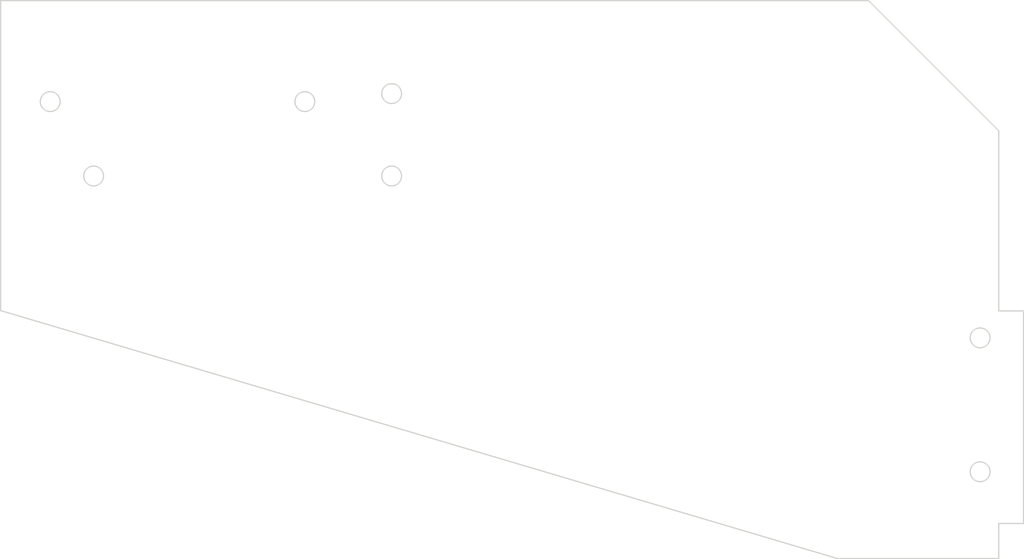
<source format=kicad_pcb>
(kicad_pcb (version 20221018) (generator pcbnew)

  (general
    (thickness 1.6)
  )

  (paper "A4")
  (layers
    (0 "F.Cu" signal)
    (31 "B.Cu" signal)
    (32 "B.Adhes" user "B.Adhesive")
    (33 "F.Adhes" user "F.Adhesive")
    (34 "B.Paste" user)
    (35 "F.Paste" user)
    (36 "B.SilkS" user "B.Silkscreen")
    (37 "F.SilkS" user "F.Silkscreen")
    (38 "B.Mask" user)
    (39 "F.Mask" user)
    (40 "Dwgs.User" user "User.Drawings")
    (41 "Cmts.User" user "User.Comments")
    (42 "Eco1.User" user "User.Eco1")
    (43 "Eco2.User" user "User.Eco2")
    (44 "Edge.Cuts" user)
    (45 "Margin" user)
    (46 "B.CrtYd" user "B.Courtyard")
    (47 "F.CrtYd" user "F.Courtyard")
    (48 "B.Fab" user)
    (49 "F.Fab" user)
    (50 "User.1" user)
    (51 "User.2" user)
    (52 "User.3" user)
    (53 "User.4" user)
    (54 "User.5" user)
    (55 "User.6" user)
    (56 "User.7" user)
    (57 "User.8" user)
    (58 "User.9" user)
  )

  (setup
    (pad_to_mask_clearance 0)
    (pcbplotparams
      (layerselection 0x00010fc_ffffffff)
      (plot_on_all_layers_selection 0x0000000_00000000)
      (disableapertmacros false)
      (usegerberextensions false)
      (usegerberattributes true)
      (usegerberadvancedattributes true)
      (creategerberjobfile true)
      (dashed_line_dash_ratio 12.000000)
      (dashed_line_gap_ratio 3.000000)
      (svgprecision 4)
      (plotframeref false)
      (viasonmask false)
      (mode 1)
      (useauxorigin false)
      (hpglpennumber 1)
      (hpglpenspeed 20)
      (hpglpendiameter 15.000000)
      (dxfpolygonmode true)
      (dxfimperialunits true)
      (dxfusepcbnewfont true)
      (psnegative false)
      (psa4output false)
      (plotreference true)
      (plotvalue true)
      (plotinvisibletext false)
      (sketchpadsonfab false)
      (subtractmaskfromsilk false)
      (outputformat 1)
      (mirror false)
      (drillshape 1)
      (scaleselection 1)
      (outputdirectory "")
    )
  )

  (net 0 "")

  (gr_line (start 235.008628 105.842127) (end 235.008628 76.785273)
    (stroke (width 0.2) (type solid)) (layer "Edge.Cuts") (tstamp 136e1339-9362-4387-8602-573802523f81))
  (gr_circle (center 137.084 70.785273) (end 138.684 70.785273)
    (stroke (width 0.2) (type solid)) (fill none) (layer "Edge.Cuts") (tstamp 27c7be0a-3ca6-4cdc-834e-e26cab80b0ed))
  (gr_circle (center 89.008628 84.074) (end 90.608628 84.074)
    (stroke (width 0.2) (type solid)) (fill none) (layer "Edge.Cuts") (tstamp 2c1e1bc2-99ea-4006-9a8a-93bd79cc3f28))
  (gr_line (start 235.008628 145.785273) (end 235.008628 140.128419)
    (stroke (width 0.2) (type solid)) (layer "Edge.Cuts") (tstamp 2d2e62d7-7d33-4d80-976b-f84fe50e88c9))
  (gr_line (start 235.008628 140.128419) (end 239.008628 140.128419)
    (stroke (width 0.2) (type solid)) (layer "Edge.Cuts") (tstamp 4f546f37-5996-46da-b553-7ddada8e607c))
  (gr_line (start 239.008628 105.842127) (end 235.008628 105.842127)
    (stroke (width 0.2) (type solid)) (layer "Edge.Cuts") (tstamp 542816df-dcc9-4651-93aa-504718a7e024))
  (gr_line (start 214.008628 55.785273) (end 74.008628 55.785273)
    (stroke (width 0.2) (type solid)) (layer "Edge.Cuts") (tstamp 5bc12650-4f7c-4090-8a80-fc119b5cf42c))
  (gr_line (start 74.008628 55.785273) (end 74.008628 105.785273)
    (stroke (width 0.2) (type solid)) (layer "Edge.Cuts") (tstamp 608c0931-ca39-4e55-ad49-481b448e62b8))
  (gr_circle (center 232.008628 131.785273) (end 233.608628 131.785273)
    (stroke (width 0.2) (type solid)) (fill none) (layer "Edge.Cuts") (tstamp 63c77151-abd0-49cf-b272-4141e887039d))
  (gr_circle (center 137.084 84.074) (end 138.684 84.074)
    (stroke (width 0.2) (type solid)) (fill none) (layer "Edge.Cuts") (tstamp 83854ce6-aff3-43f8-a85f-66c41f05e157))
  (gr_line (start 74.008628 105.785273) (end 209.008628 145.785273)
    (stroke (width 0.2) (type solid)) (layer "Edge.Cuts") (tstamp 86292ac1-975d-4679-81fe-0dff11fdea07))
  (gr_line (start 209.008628 145.785273) (end 235.008628 145.785273)
    (stroke (width 0.2) (type solid)) (layer "Edge.Cuts") (tstamp 8d40c275-97e9-4f60-bdaf-6e8789a22e2d))
  (gr_line (start 239.008628 140.128419) (end 239.008628 105.842127)
    (stroke (width 0.2) (type solid)) (layer "Edge.Cuts") (tstamp abfcbf3b-2503-4998-8d6e-608b661caf3e))
  (gr_circle (center 232.008628 110.185273) (end 233.608628 110.185273)
    (stroke (width 0.2) (type solid)) (fill none) (layer "Edge.Cuts") (tstamp be65f167-42d7-42e8-b5de-5bcd48655be2))
  (gr_circle (center 123.084 72.074) (end 124.684 72.074)
    (stroke (width 0.2) (type solid)) (fill none) (layer "Edge.Cuts") (tstamp c6f12f8a-e654-4f7a-bb5c-5d2787589946))
  (gr_circle (center 82.008628 72.074) (end 83.608628 72.074)
    (stroke (width 0.2) (type solid)) (fill none) (layer "Edge.Cuts") (tstamp c84f5cf0-a557-4bd8-8933-7cbde7ef473b))
  (gr_line (start 235.008628 76.785273) (end 214.008628 55.785273)
    (stroke (width 0.2) (type solid)) (layer "Edge.Cuts") (tstamp d7c9edfa-b916-4290-9603-10037dc1429c))

)

</source>
